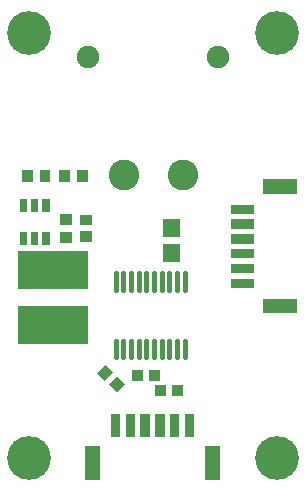
<source format=gbs>
G04 Layer: BottomSolderMaskLayer*
G04 EasyEDA v6.4.20.6, 2021-08-14T17:17:54+08:00*
G04 75774476de7741c18b808344251b3932,34bb6763e28e4bbdb854ef51fa08daf4,10*
G04 Gerber Generator version 0.2*
G04 Scale: 100 percent, Rotated: No, Reflected: No *
G04 Dimensions in millimeters *
G04 leading zeros omitted , absolute positions ,4 integer and 5 decimal *
%FSLAX45Y45*%
%MOMM*%

%ADD46C,2.6016*%
%ADD47C,1.9016*%
%ADD55C,3.7032*%
%ADD56C,0.4656*%

%LPD*%
D56*
X431393Y-2372603D02*
G01*
X431393Y-2234803D01*
X496392Y-2372603D02*
G01*
X496392Y-2234803D01*
X561390Y-2372603D02*
G01*
X561390Y-2234803D01*
X626389Y-2372603D02*
G01*
X626389Y-2234803D01*
X691413Y-2372603D02*
G01*
X691413Y-2234803D01*
X756412Y-2372603D02*
G01*
X756412Y-2234803D01*
X821410Y-2372603D02*
G01*
X821410Y-2234803D01*
X886409Y-2372603D02*
G01*
X886409Y-2234803D01*
X951407Y-2372603D02*
G01*
X951407Y-2234803D01*
X1016406Y-2372603D02*
G01*
X1016406Y-2234803D01*
X431393Y-2946796D02*
G01*
X431393Y-2808996D01*
X496392Y-2946796D02*
G01*
X496392Y-2808996D01*
X561390Y-2946796D02*
G01*
X561390Y-2808996D01*
X626389Y-2946796D02*
G01*
X626389Y-2808996D01*
X691413Y-2946796D02*
G01*
X691413Y-2808996D01*
X756412Y-2946796D02*
G01*
X756412Y-2808996D01*
X821410Y-2946796D02*
G01*
X821410Y-2808996D01*
X886409Y-2946796D02*
G01*
X886409Y-2808996D01*
X951407Y-2946796D02*
G01*
X951407Y-2808996D01*
X1016406Y-2946796D02*
G01*
X1016406Y-2808996D01*
G36*
X829055Y-2134362D02*
G01*
X829055Y-1983231D01*
X974344Y-1983231D01*
X974344Y-2134362D01*
G37*
G36*
X829055Y-1928368D02*
G01*
X829055Y-1777237D01*
X974344Y-1777237D01*
X974344Y-1928368D01*
G37*
G36*
X1409954Y-1858771D02*
G01*
X1409954Y-1778507D01*
X1600454Y-1778507D01*
X1600454Y-1858771D01*
G37*
G36*
X1409954Y-1733804D02*
G01*
X1409954Y-1653539D01*
X1600454Y-1653539D01*
X1600454Y-1733804D01*
G37*
G36*
X1679955Y-2573528D02*
G01*
X1679955Y-2453131D01*
X1970277Y-2453131D01*
X1970277Y-2573528D01*
G37*
G36*
X1679955Y-1558797D02*
G01*
X1679955Y-1438402D01*
X1970277Y-1438402D01*
X1970277Y-1558797D01*
G37*
G36*
X1409954Y-1983739D02*
G01*
X1409954Y-1903476D01*
X1600454Y-1903476D01*
X1600454Y-1983739D01*
G37*
G36*
X1409954Y-2108707D02*
G01*
X1409954Y-2028444D01*
X1600454Y-2028444D01*
X1600454Y-2108707D01*
G37*
G36*
X1409954Y-2233676D02*
G01*
X1409954Y-2153412D01*
X1600454Y-2153412D01*
X1600454Y-2233676D01*
G37*
G36*
X1409954Y-2358644D02*
G01*
X1409954Y-2278379D01*
X1600454Y-2278379D01*
X1600454Y-2358644D01*
G37*
G36*
X-35560Y-1974850D02*
G01*
X-35560Y-1884171D01*
X60960Y-1884171D01*
X60960Y-1974850D01*
G37*
G36*
X-35560Y-1824228D02*
G01*
X-35560Y-1733550D01*
X60960Y-1733550D01*
X60960Y-1824228D01*
G37*
G36*
X-361950Y-1457960D02*
G01*
X-361950Y-1361439D01*
X-271271Y-1361439D01*
X-271271Y-1457960D01*
G37*
G36*
X-211328Y-1457960D02*
G01*
X-211328Y-1361439D01*
X-120650Y-1361439D01*
X-120650Y-1457960D01*
G37*
G36*
X-44450Y-1457960D02*
G01*
X-44450Y-1361439D01*
X46228Y-1361439D01*
X46228Y-1457960D01*
G37*
G36*
X106171Y-1457960D02*
G01*
X106171Y-1361439D01*
X196850Y-1361439D01*
X196850Y-1457960D01*
G37*
G36*
X-381507Y-1998471D02*
G01*
X-381507Y-1888236D01*
X-316484Y-1888236D01*
X-316484Y-1998471D01*
G37*
G36*
X-286512Y-1998471D02*
G01*
X-286512Y-1888236D01*
X-221487Y-1888236D01*
X-221487Y-1998471D01*
G37*
G36*
X-191515Y-1998471D02*
G01*
X-191515Y-1888236D01*
X-126492Y-1888236D01*
X-126492Y-1998471D01*
G37*
G36*
X-191515Y-1718563D02*
G01*
X-191515Y-1608328D01*
X-126492Y-1608328D01*
X-126492Y-1718563D01*
G37*
G36*
X-286512Y-1718563D02*
G01*
X-286512Y-1608328D01*
X-221487Y-1608328D01*
X-221487Y-1718563D01*
G37*
G36*
X-381507Y-1718563D02*
G01*
X-381507Y-1608328D01*
X-316484Y-1608328D01*
X-316484Y-1718563D01*
G37*
G36*
X-397763Y-2364739D02*
G01*
X-397763Y-2042160D01*
X194563Y-2042160D01*
X194563Y-2364739D01*
G37*
G36*
X-397763Y-2834639D02*
G01*
X-397763Y-2512313D01*
X194563Y-2512313D01*
X194563Y-2834639D01*
G37*
G36*
X574039Y-3150107D02*
G01*
X574039Y-3050031D01*
X663955Y-3050031D01*
X663955Y-3150107D01*
G37*
G36*
X713994Y-3150107D02*
G01*
X713994Y-3050031D01*
X804163Y-3050031D01*
X804163Y-3150107D01*
G37*
G36*
X768857Y-3275837D02*
G01*
X768857Y-3175762D01*
X859028Y-3175762D01*
X859028Y-3275837D01*
G37*
G36*
X908812Y-3275837D02*
G01*
X908812Y-3175762D01*
X998981Y-3175762D01*
X998981Y-3275837D01*
G37*
G36*
X891286Y-3618229D02*
G01*
X891286Y-3427729D01*
X971550Y-3427729D01*
X971550Y-3618229D01*
G37*
G36*
X1016254Y-3618229D02*
G01*
X1016254Y-3427729D01*
X1096518Y-3427729D01*
X1096518Y-3618229D01*
G37*
G36*
X176529Y-3988054D02*
G01*
X176529Y-3697731D01*
X296926Y-3697731D01*
X296926Y-3988054D01*
G37*
G36*
X1191260Y-3988054D02*
G01*
X1191260Y-3697731D01*
X1311655Y-3697731D01*
X1311655Y-3988054D01*
G37*
G36*
X766318Y-3618229D02*
G01*
X766318Y-3427729D01*
X846581Y-3427729D01*
X846581Y-3618229D01*
G37*
G36*
X641350Y-3618229D02*
G01*
X641350Y-3427729D01*
X721613Y-3427729D01*
X721613Y-3618229D01*
G37*
G36*
X516381Y-3618229D02*
G01*
X516381Y-3427729D01*
X596645Y-3427729D01*
X596645Y-3618229D01*
G37*
G36*
X391413Y-3618229D02*
G01*
X391413Y-3427729D01*
X471678Y-3427729D01*
X471678Y-3618229D01*
G37*
G36*
X340613Y-3141979D02*
G01*
X276860Y-3078226D01*
X347726Y-3007360D01*
X411479Y-3071113D01*
G37*
G36*
X439673Y-3241039D02*
G01*
X375920Y-3177286D01*
X446786Y-3106420D01*
X510539Y-3170173D01*
G37*
G36*
X127762Y-1969262D02*
G01*
X127762Y-1879092D01*
X227837Y-1879092D01*
X227837Y-1969262D01*
G37*
G36*
X127762Y-1829307D02*
G01*
X127762Y-1739137D01*
X227837Y-1739137D01*
X227837Y-1829307D01*
G37*
D46*
G01*
X1000000Y-1399999D03*
G01*
X500001Y-1399999D03*
D47*
G01*
X200002Y-400001D03*
G01*
X1299999Y-400001D03*
D55*
G01*
X-299999Y-199999D03*
G01*
X1799998Y-199999D03*
G01*
X-299999Y-3800000D03*
G01*
X1799998Y-3800000D03*
M02*

</source>
